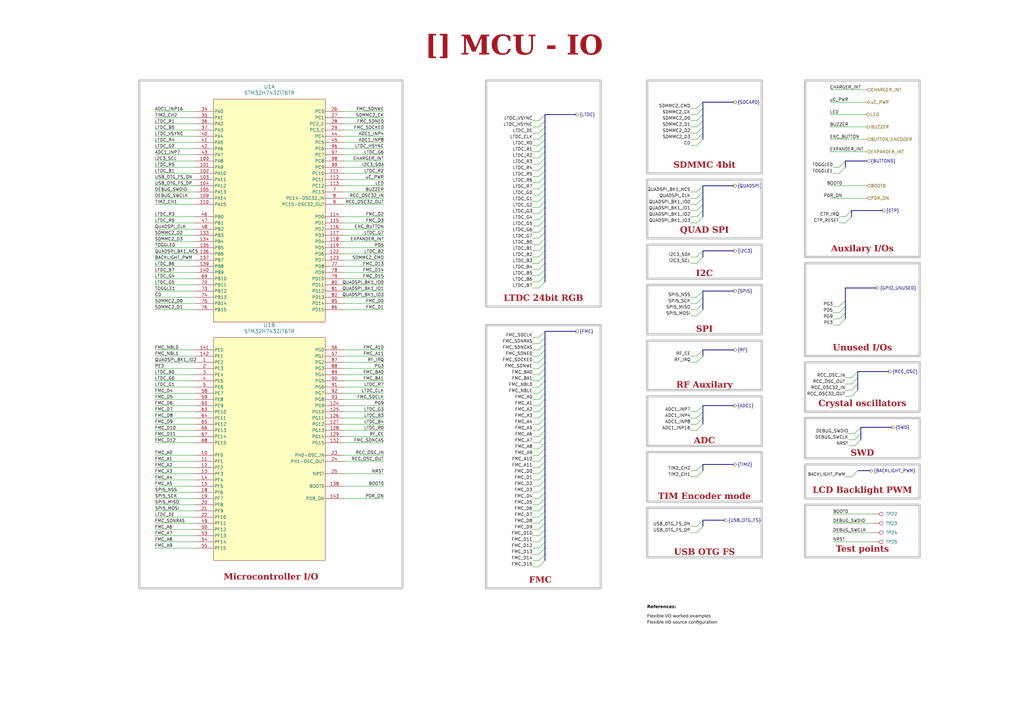
<source format=kicad_sch>
(kicad_sch (version 20250114) (generator "eeschema") (generator_version "9.0")
  (paper "A3")
  (title_block (title "MCU - IO") (date "Last Modified Date") (rev "${REVISION}") (company "${COMPANY}"))
  (bus_alias "ADC1" (members "ADC1_INP7" "ADC1_INP4" "ADC1_INP8" "ADC1_INP16"))
  (bus_alias "FMC" (members "FMC_BA[0..1]" "FMC_A[0..11]" "FMC_D[0..15]" "FMC_SDCLK" "FMC_SDNRAS" "FMC_SDNCAS" "FMC_SDNE0" "FMC_SDCKE0" "FMC_SDNWE" "FMC_NBL[0..1]"))
  (bus_alias "GPIO_UNUSED" (members "PG3" "PD5" "PG9" "PE3"))
  (bus_alias "I2C3" (members "I2C3_SDA" "I2C3_SCL"))
  (bus_alias "LTDC" (members "LTDC_R[0..7]" "LTDC_G[0..7]" "LTDC_B[0..7]" "LTDC_VSYNC" "LTDC_HSYNC" "LTDC_DE" "LTDC_CLK"))
  (bus_alias "QUADSPI" (members "QUADSPI_CLK" "QUADSPI_BK1_NCS" "QUADSPI_BK1_IO[0..3]"))
  (bus_alias "RCC_OSC" (members "RCC_OSC_IN" "RCC_OSC_OUT" "RCC_OSC32_IN" "RCC_OSC32_OUT"))
  (bus_alias "RF" (members "RF_IRQ" "RF_CE"))
  (bus_alias "SDCARD" (members "SDMMC2_CMD" "SDMMC2_CK" "SDMMC2_D[0..3]" "CD"))
  (bus_alias "SPI5" (members "SPI5_NSS" "SPI5_SCK" "SPI5_MISO" "SPI5_MOSI"))
  (bus_alias "SWD" (members "DEBUG_SWDIO" "DEBUG_SWCLK" "NRST"))
  (bus_alias "TIM2" (members "TIM2_CH2" "TIM2_CH1"))
  (rectangle (start 265.43 185.42) (end 312.42 205.74) (stroke (width 1) (color 200 200 200 1)))
  (rectangle (start 265.43 73.66) (end 312.42 97.79) (stroke (width 1) (color 200 200 200 1)))
  (rectangle (start 199.39 133.35) (end 246.38 241.3) (stroke (width 1) (color 200 200 200 1)))
  (rectangle (start 330.2 148.59) (end 377.19 168.91) (stroke (width 1) (color 200 200 200 1)))
  (rectangle (start 330.2 107.95) (end 377.19 146.05) (stroke (width 1) (color 200 200 200 1)))
  (rectangle (start 265.43 162.56) (end 312.42 182.88) (stroke (width 1) (color 200 200 200 1)))
  (rectangle (start 330.2 190.5) (end 377.19 204.47) (stroke (width 1) (color 200 200 200 1)))
  (rectangle (start 330.2 33.02) (end 377.19 105.41) (stroke (width 1) (color 200 200 200 1)))
  (rectangle (start 199.39 33.02) (end 246.38 125.73) (stroke (width 1) (color 200 200 200 1)))
  (rectangle (start 265.43 100.33) (end 312.42 114.3) (stroke (width 1) (color 200 200 200 1)))
  (rectangle (start 57.15 33.02) (end 165.1 241.3) (stroke (width 1) (color 200 200 200 1)))
  (rectangle (start 265.43 208.28) (end 312.42 228.6) (stroke (width 1) (color 200 200 200 1)))
  (rectangle (start 265.43 139.7) (end 312.42 160.02) (stroke (width 1) (color 200 200 200 1)))
  (rectangle (start 330.2 171.45) (end 377.19 187.96) (stroke (width 1) (color 200 200 200 1)))
  (rectangle (start 330.2 207.01) (end 377.19 228.6) (stroke (width 1) (color 200 200 200 1)))
  (rectangle (start 265.43 116.84) (end 312.42 137.16) (stroke (width 1) (color 200 200 200 1)))
  (rectangle (start 265.43 33.02) (end 312.42 71.12) (stroke (width 1) (color 200 200 200 1)))
  (text "Flexible I/O worked examples" (at 265.43 254 0) (effects (font (size 1.27 1.27)) (justify left bottom)))
  (text "References:" (at 265.43 250.19 0) (effects (font (size 1.27 1.27) (thickness 0.254) (bold yes)) (justify left bottom)))
  (text "Flexible I/O source configuration" (at 265.43 256.54 0) (effects (font (size 1.27 1.27)) (justify left bottom)))
  (text_box "TIM Encoder mode" (at 265.43 194.31 0) (size 46.99 12.7) (margins 1.9049 1.9049 1.9049 1.9049) (stroke (width -0.0001)) (effects (font (size 2.54 2.54) (thickness 0.508) (bold yes)) (justify bottom)))
  (text_box "RF Auxilary" (at 265.43 148.59 0) (size 46.99 12.7) (margins 1.9049 1.9049 1.9049 1.9049) (stroke (width -0.0001)) (effects (font (size 2.54 2.54) (thickness 0.508) (bold yes)) (justify bottom)))
  (text_box "Auxilary I/Os" (at 330.2 92.71 0) (size 46.99 12.7) (margins 1.9049 1.9049 1.9049 1.9049) (stroke (width -0.0001)) (effects (font (size 2.54 2.54) (thickness 0.508) (bold yes)) (justify bottom)))
  (text_box "QUAD SPI\n" (at 265.43 85.09 0) (size 46.99 12.7) (margins 1.9049 1.9049 1.9049 1.9049) (stroke (width -0.0001)) (effects (font (size 2.54 2.54) (thickness 0.508) (bold yes)) (justify bottom)))
  (text_box "Test points\n" (at 330.2 208.28 0) (size 46.99 20.32) (margins 1.9049 1.9049 1.9049 1.9049) (stroke (width -0.0001)) (effects (font (size 2.54 2.54) (thickness 0.508) (bold yes)) (justify bottom)))
  (text_box "[${#}] ${TITLE}" (at 12.7 12.7 0) (size 396.24 12.7) (margins 5.9999 5.9999 5.9999 5.9999) (stroke (width -0.0001)) (effects (font (size 8 8) (thickness 1.2) (bold yes))))
  (text_box "LTDC 24bit RGB" (at 199.39 113.03 0) (size 46.99 12.7) (margins 1.9049 1.9049 1.9049 1.9049) (stroke (width -0.0001)) (effects (font (size 2.54 2.54) (thickness 0.508) (bold yes)) (justify bottom)))
  (text_box "FMC" (at 198.12 228.6 0) (size 46.99 12.7) (margins 1.9049 1.9049 1.9049 1.9049) (stroke (width -0.0001)) (effects (font (size 2.54 2.54) (thickness 0.508) (bold yes)) (justify bottom)))
  (text_box "SWD" (at 330.2 176.53 0) (size 46.99 12.7) (margins 1.9049 1.9049 1.9049 1.9049) (stroke (width -0.0001)) (effects (font (size 2.54 2.54) (thickness 0.508) (bold yes)) (justify bottom)))
  (text_box "LCD Backlight PWM " (at 330.2 191.77 0) (size 46.99 12.7) (margins 1.9049 1.9049 1.9049 1.9049) (stroke (width -0.0001)) (effects (font (size 2.54 2.54) (thickness 0.508) (bold yes)) (justify bottom)))
  (text_box "Unused I/Os\n" (at 330.2 133.35 0) (size 46.99 12.7) (margins 1.9049 1.9049 1.9049 1.9049) (stroke (width -0.0001)) (effects (font (size 2.54 2.54) (thickness 0.508) (bold yes)) (justify bottom)))
  (text_box "SPI\n" (at 265.43 125.73 0) (size 46.99 12.7) (margins 1.9049 1.9049 1.9049 1.9049) (stroke (width -0.0001)) (effects (font (size 2.54 2.54) (thickness 0.508) (bold yes)) (justify bottom)))
  (text_box "Crystal oscillators" (at 330.2 156.21 0) (size 46.99 12.7) (margins 1.9049 1.9049 1.9049 1.9049) (stroke (width -0.0001)) (effects (font (size 2.54 2.54) (thickness 0.508) (bold yes)) (justify bottom)))
  (text_box "I2C" (at 265.43 102.87 0) (size 46.99 12.7) (margins 1.9049 1.9049 1.9049 1.9049) (stroke (width -0.0001)) (effects (font (size 2.54 2.54) (thickness 0.508) (bold yes)) (justify bottom)))
  (text_box "SDMMC 4bit" (at 265.43 58.42 0) (size 46.99 12.7) (margins 1.9049 1.9049 1.9049 1.9049) (stroke (width -0.0001)) (effects (font (size 2.54 2.54) (thickness 0.508) (bold yes)) (justify bottom)))
  (text_box "ADC" (at 265.43 171.45 0) (size 46.99 12.7) (margins 1.9049 1.9049 1.9049 1.9049) (stroke (width -0.0001)) (effects (font (size 2.54 2.54) (thickness 0.508) (bold yes)) (justify bottom)))
  (text_box "Microcontroller I/O\n" (at 57.15 227.33 0) (size 107.95 12.7) (margins 1.9049 1.9049 1.9049 1.9049) (stroke (width -0.0001)) (effects (font (size 2.54 2.54) (thickness 0.508) (bold yes)) (justify bottom)))
  (text_box "USB OTG FS" (at 265.43 217.17 0) (size 46.99 12.7) (margins 1.9049 1.9049 1.9049 1.9049) (stroke (width -0.0001)) (effects (font (size 2.54 2.54) (thickness 0.508) (bold yes)) (justify bottom)))
  (bus_entry (at 220.98 59.69) (size 2.54 -2.54))
  (bus_entry (at 220.98 151.13) (size 2.54 -2.54))
  (bus_entry (at 220.98 118.11) (size 2.54 -2.54))
  (bus_entry (at 220.98 57.15) (size 2.54 -2.54))
  (bus_entry (at 220.98 77.47) (size 2.54 -2.54))
  (bus_entry (at 220.98 222.25) (size 2.54 -2.54))
  (bus_entry (at 285.75 81.28) (size 2.54 -2.54))
  (bus_entry (at 349.25 154.94) (size 2.54 -2.54))
  (bus_entry (at 288.29 57.15) (size -2.54 2.54))
  (bus_entry (at 220.98 54.61) (size 2.54 -2.54))
  (bus_entry (at 220.98 199.39) (size 2.54 -2.54))
  (bus_entry (at 220.98 232.41) (size 2.54 -2.54))
  (bus_entry (at 220.98 217.17) (size 2.54 -2.54))
  (bus_entry (at 220.98 85.09) (size 2.54 -2.54))
  (bus_entry (at 285.75 121.92) (size 2.54 -2.54))
  (bus_entry (at 220.98 113.03) (size 2.54 -2.54))
  (bus_entry (at 285.75 129.54) (size 2.54 -2.54))
  (bus_entry (at 349.25 157.48) (size 2.54 -2.54))
  (bus_entry (at 220.98 110.49) (size 2.54 -2.54))
  (bus_entry (at 285.75 124.46) (size 2.54 -2.54))
  (bus_entry (at 220.98 166.37) (size 2.54 -2.54))
  (bus_entry (at 220.98 227.33) (size 2.54 -2.54))
  (bus_entry (at 285.75 57.15) (size 2.54 -2.54))
  (bus_entry (at 220.98 69.85) (size 2.54 -2.54))
  (bus_entry (at 285.75 127) (size 2.54 -2.54))
  (bus_entry (at 285.75 54.61) (size 2.54 -2.54))
  (bus_entry (at 220.98 107.95) (size 2.54 -2.54))
  (bus_entry (at 220.98 161.29) (size 2.54 -2.54))
  (bus_entry (at 349.25 195.58) (size 2.54 -2.54))
  (bus_entry (at 285.75 215.9) (size 2.54 -2.54))
  (bus_entry (at 220.98 49.53) (size 2.54 -2.54))
  (bus_entry (at 285.75 86.36) (size 2.54 -2.54))
  (bus_entry (at 220.98 95.25) (size 2.54 -2.54))
  (bus_entry (at 220.98 82.55) (size 2.54 -2.54))
  (bus_entry (at 285.75 83.82) (size 2.54 -2.54))
  (bus_entry (at 220.98 97.79) (size 2.54 -2.54))
  (bus_entry (at 285.75 193.04) (size 2.54 -2.54))
  (bus_entry (at 285.75 171.45) (size 2.54 -2.54))
  (bus_entry (at 349.25 162.56) (size 2.54 -2.54))
  (bus_entry (at 220.98 74.93) (size 2.54 -2.54))
  (bus_entry (at 285.75 195.58) (size 2.54 -2.54))
  (bus_entry (at 220.98 72.39) (size 2.54 -2.54))
  (bus_entry (at 285.75 49.53) (size 2.54 -2.54))
  (bus_entry (at 344.17 125.73) (size 2.54 -2.54))
  (bus_entry (at 220.98 138.43) (size 2.54 -2.54))
  (bus_entry (at 220.98 196.85) (size 2.54 -2.54))
  (bus_entry (at 346.71 88.9) (size 2.54 -2.54))
  (bus_entry (at 220.98 92.71) (size 2.54 -2.54))
  (bus_entry (at 285.75 107.95) (size 2.54 -2.54))
  (bus_entry (at 220.98 87.63) (size 2.54 -2.54))
  (bus_entry (at 220.98 191.77) (size 2.54 -2.54))
  (bus_entry (at 220.98 80.01) (size 2.54 -2.54))
  (bus_entry (at 220.98 102.87) (size 2.54 -2.54))
  (bus_entry (at 220.98 143.51) (size 2.54 -2.54))
  (bus_entry (at 346.71 66.04) (size -2.54 2.54))
  (bus_entry (at 220.98 229.87) (size 2.54 -2.54))
  (bus_entry (at 285.75 44.45) (size 2.54 -2.54))
  (bus_entry (at 285.75 105.41) (size 2.54 -2.54))
  (bus_entry (at 220.98 194.31) (size 2.54 -2.54))
  (bus_entry (at 220.98 52.07) (size 2.54 -2.54))
  (bus_entry (at 220.98 201.93) (size 2.54 -2.54))
  (bus_entry (at 346.71 68.58) (size -2.54 2.54))
  (bus_entry (at 285.75 91.44) (size 2.54 -2.54))
  (bus_entry (at 220.98 62.23) (size 2.54 -2.54))
  (bus_entry (at 344.17 128.27) (size 2.54 -2.54))
  (bus_entry (at 220.98 214.63) (size 2.54 -2.54))
  (bus_entry (at 220.98 158.75) (size 2.54 -2.54))
  (bus_entry (at 344.17 133.35) (size 2.54 -2.54))
  (bus_entry (at 285.75 88.9) (size 2.54 -2.54))
  (bus_entry (at 349.25 160.02) (size 2.54 -2.54))
  (bus_entry (at 285.75 168.91) (size 2.54 -2.54))
  (bus_entry (at 220.98 64.77) (size 2.54 -2.54))
  (bus_entry (at 220.98 156.21) (size 2.54 -2.54))
  (bus_entry (at 220.98 148.59) (size 2.54 -2.54))
  (bus_entry (at 220.98 146.05) (size 2.54 -2.54))
  (bus_entry (at 285.75 78.74) (size 2.54 -2.54))
  (bus_entry (at 220.98 90.17) (size 2.54 -2.54))
  (bus_entry (at 220.98 100.33) (size 2.54 -2.54))
  (bus_entry (at 220.98 204.47) (size 2.54 -2.54))
  (bus_entry (at 220.98 153.67) (size 2.54 -2.54))
  (bus_entry (at 220.98 171.45) (size 2.54 -2.54))
  (bus_entry (at 220.98 209.55) (size 2.54 -2.54))
  (bus_entry (at 220.98 224.79) (size 2.54 -2.54))
  (bus_entry (at 285.75 218.44) (size 2.54 -2.54))
  (bus_entry (at 285.75 176.53) (size 2.54 -2.54))
  (bus_entry (at 220.98 140.97) (size 2.54 -2.54))
  (bus_entry (at 346.71 91.44) (size 2.54 -2.54))
  (bus_entry (at 220.98 219.71) (size 2.54 -2.54))
  (bus_entry (at 285.75 46.99) (size 2.54 -2.54))
  (bus_entry (at 220.98 212.09) (size 2.54 -2.54))
  (bus_entry (at 350.52 177.8) (size 2.54 -2.54))
  (bus_entry (at 220.98 67.31) (size 2.54 -2.54))
  (bus_entry (at 285.75 52.07) (size 2.54 -2.54))
  (bus_entry (at 220.98 163.83) (size 2.54 -2.54))
  (bus_entry (at 220.98 115.57) (size 2.54 -2.54))
  (bus_entry (at 350.52 180.34) (size 2.54 -2.54))
  (bus_entry (at 220.98 176.53) (size 2.54 -2.54))
  (bus_entry (at 344.17 130.81) (size 2.54 -2.54))
  (bus_entry (at 220.98 189.23) (size 2.54 -2.54))
  (bus_entry (at 285.75 148.59) (size 2.54 -2.54))
  (bus_entry (at 220.98 181.61) (size 2.54 -2.54))
  (bus_entry (at 220.98 207.01) (size 2.54 -2.54))
  (bus_entry (at 285.75 146.05) (size 2.54 -2.54))
  (bus_entry (at 220.98 168.91) (size 2.54 -2.54))
  (bus_entry (at 220.98 186.69) (size 2.54 -2.54))
  (bus_entry (at 220.98 105.41) (size 2.54 -2.54))
  (bus_entry (at 285.75 173.99) (size 2.54 -2.54))
  (bus_entry (at 220.98 179.07) (size 2.54 -2.54))
  (bus_entry (at 350.52 182.88) (size 2.54 -2.54))
  (bus_entry (at 220.98 184.15) (size 2.54 -2.54))
  (bus_entry (at 220.98 173.99) (size 2.54 -2.54))
  (wire (pts (xy 218.44 105.41) (xy 220.98 105.41)))
  (wire (pts (xy 80.01 153.67) (xy 63.5 153.67)))
  (wire (pts (xy 63.5 50.8) (xy 80.01 50.8)))
  (bus (pts (xy 346.71 66.04) (xy 355.6 66.04)))
  (wire (pts (xy 341.63 222.25) (xy 358.14 222.25)))
  (wire (pts (xy 157.48 173.99) (xy 140.97 173.99)))
  (wire (pts (xy 218.44 110.49) (xy 220.98 110.49)))
  (bus (pts (xy 288.29 54.61) (xy 288.29 57.15)))
  (bus (pts (xy 288.29 46.99) (xy 288.29 49.53)))
  (bus (pts (xy 223.52 191.77) (xy 223.52 194.31)))
  (wire (pts (xy 218.44 168.91) (xy 220.98 168.91)))
  (bus (pts (xy 223.52 209.55) (xy 223.52 212.09)))
  (bus (pts (xy 223.52 77.47) (xy 223.52 80.01)))
  (wire (pts (xy 283.21 176.53) (xy 285.75 176.53)))
  (wire (pts (xy 63.5 114.3) (xy 80.01 114.3)))
  (bus (pts (xy 223.52 74.93) (xy 223.52 77.47)))
  (bus (pts (xy 223.52 176.53) (xy 223.52 179.07)))
  (bus (pts (xy 288.29 190.5) (xy 300.99 190.5)))
  (wire (pts (xy 283.21 44.45) (xy 285.75 44.45)))
  (bus (pts (xy 223.52 227.33) (xy 223.52 229.87)))
  (wire (pts (xy 218.44 222.25) (xy 220.98 222.25)))
  (wire (pts (xy 341.63 128.27) (xy 344.17 128.27)))
  (bus (pts (xy 223.52 97.79) (xy 223.52 100.33)))
  (bus (pts (xy 288.29 81.28) (xy 288.29 83.82)))
  (wire (pts (xy 344.17 88.9) (xy 346.71 88.9)))
  (wire (pts (xy 346.71 195.58) (xy 349.25 195.58)))
  (wire (pts (xy 218.44 80.01) (xy 220.98 80.01)))
  (bus (pts (xy 288.29 86.36) (xy 288.29 88.9)))
  (wire (pts (xy 347.98 177.8) (xy 350.52 177.8)))
  (wire (pts (xy 283.21 195.58) (xy 285.75 195.58)))
  (wire (pts (xy 157.48 124.46) (xy 140.97 124.46)))
  (wire (pts (xy 63.5 124.46) (xy 80.01 124.46)))
  (wire (pts (xy 218.44 85.09) (xy 220.98 85.09)))
  (wire (pts (xy 218.44 158.75) (xy 220.98 158.75)))
  (wire (pts (xy 218.44 217.17) (xy 220.98 217.17)))
  (wire (pts (xy 283.21 171.45) (xy 285.75 171.45)))
  (wire (pts (xy 63.5 96.52) (xy 80.01 96.52)))
  (wire (pts (xy 80.01 194.31) (xy 63.5 194.31)))
  (wire (pts (xy 340.36 41.91) (xy 355.6 41.91)))
  (wire (pts (xy 157.48 121.92) (xy 140.97 121.92)))
  (bus (pts (xy 223.52 161.29) (xy 223.52 163.83)))
  (bus (pts (xy 223.52 224.79) (xy 223.52 227.33)))
  (wire (pts (xy 157.48 83.82) (xy 140.97 83.82)))
  (wire (pts (xy 63.5 66.04) (xy 80.01 66.04)))
  (bus (pts (xy 223.52 184.15) (xy 223.52 186.69)))
  (wire (pts (xy 283.21 148.59) (xy 285.75 148.59)))
  (bus (pts (xy 346.71 118.11) (xy 346.71 123.19)))
  (bus (pts (xy 223.52 148.59) (xy 223.52 151.13)))
  (bus (pts (xy 223.52 72.39) (xy 223.52 74.93)))
  (bus (pts (xy 288.29 76.2) (xy 300.99 76.2)))
  (bus (pts (xy 223.52 135.89) (xy 223.52 138.43)))
  (wire (pts (xy 283.21 91.44) (xy 285.75 91.44)))
  (bus (pts (xy 288.29 119.38) (xy 300.99 119.38)))
  (wire (pts (xy 80.01 196.85) (xy 63.5 196.85)))
  (bus (pts (xy 223.52 201.93) (xy 223.52 204.47)))
  (wire (pts (xy 63.5 71.12) (xy 80.01 71.12)))
  (wire (pts (xy 218.44 100.33) (xy 220.98 100.33)))
  (wire (pts (xy 283.21 193.04) (xy 285.75 193.04)))
  (bus (pts (xy 223.52 69.85) (xy 223.52 72.39)))
  (wire (pts (xy 157.48 76.2) (xy 140.97 76.2)))
  (bus (pts (xy 346.71 118.11) (xy 359.41 118.11)))
  (bus (pts (xy 288.29 102.87) (xy 300.99 102.87)))
  (wire (pts (xy 157.48 179.07) (xy 140.97 179.07)))
  (bus (pts (xy 346.71 66.04) (xy 346.71 68.58)))
  (wire (pts (xy 218.44 102.87) (xy 220.98 102.87)))
  (wire (pts (xy 218.44 59.69) (xy 220.98 59.69)))
  (wire (pts (xy 140.97 161.29) (xy 157.48 161.29)))
  (wire (pts (xy 63.5 127) (xy 80.01 127)))
  (wire (pts (xy 63.5 45.72) (xy 80.01 45.72)))
  (bus (pts (xy 223.52 171.45) (xy 223.52 173.99)))
  (bus (pts (xy 353.06 177.8) (xy 353.06 180.34)))
  (bus (pts (xy 223.52 107.95) (xy 223.52 110.49)))
  (wire (pts (xy 80.01 199.39) (xy 63.5 199.39)))
  (wire (pts (xy 157.48 171.45) (xy 140.97 171.45)))
  (wire (pts (xy 218.44 82.55) (xy 220.98 82.55)))
  (bus (pts (xy 223.52 80.01) (xy 223.52 82.55)))
  (wire (pts (xy 157.48 111.76) (xy 140.97 111.76)))
  (wire (pts (xy 157.48 101.6) (xy 140.97 101.6)))
  (wire (pts (xy 218.44 49.53) (xy 220.98 49.53)))
  (wire (pts (xy 157.48 127) (xy 140.97 127)))
  (bus (pts (xy 223.52 163.83) (xy 223.52 166.37)))
  (wire (pts (xy 218.44 229.87) (xy 220.98 229.87)))
  (bus (pts (xy 223.52 82.55) (xy 223.52 85.09)))
  (wire (pts (xy 346.71 154.94) (xy 349.25 154.94)))
  (wire (pts (xy 157.48 48.26) (xy 140.97 48.26)))
  (wire (pts (xy 218.44 196.85) (xy 220.98 196.85)))
  (wire (pts (xy 157.48 53.34) (xy 140.97 53.34)))
  (wire (pts (xy 63.5 101.6) (xy 80.01 101.6)))
  (wire (pts (xy 218.44 151.13) (xy 220.98 151.13)))
  (wire (pts (xy 340.36 52.07) (xy 355.6 52.07)))
  (bus (pts (xy 223.52 189.23) (xy 223.52 191.77)))
  (wire (pts (xy 157.48 93.98) (xy 140.97 93.98)))
  (wire (pts (xy 283.21 107.95) (xy 285.75 107.95)))
  (wire (pts (xy 283.21 121.92) (xy 285.75 121.92)))
  (bus (pts (xy 223.52 85.09) (xy 223.52 87.63)))
  (bus (pts (xy 223.52 143.51) (xy 223.52 146.05)))
  (wire (pts (xy 157.48 81.28) (xy 140.97 81.28)))
  (bus (pts (xy 223.52 199.39) (xy 223.52 201.93)))
  (bus (pts (xy 223.52 146.05) (xy 223.52 148.59)))
  (bus (pts (xy 223.52 54.61) (xy 223.52 57.15)))
  (bus (pts (xy 223.52 179.07) (xy 223.52 181.61)))
  (bus (pts (xy 351.79 193.04) (xy 356.87 193.04)))
  (wire (pts (xy 218.44 92.71) (xy 220.98 92.71)))
  (bus (pts (xy 223.52 110.49) (xy 223.52 113.03)))
  (wire (pts (xy 341.63 130.81) (xy 344.17 130.81)))
  (wire (pts (xy 218.44 209.55) (xy 220.98 209.55)))
  (wire (pts (xy 283.21 57.15) (xy 285.75 57.15)))
  (wire (pts (xy 157.48 176.53) (xy 140.97 176.53)))
  (bus (pts (xy 223.52 156.21) (xy 223.52 158.75)))
  (bus (pts (xy 223.52 173.99) (xy 223.52 176.53)))
  (wire (pts (xy 157.48 58.42) (xy 140.97 58.42)))
  (wire (pts (xy 283.21 81.28) (xy 285.75 81.28)))
  (wire (pts (xy 63.5 121.92) (xy 80.01 121.92)))
  (wire (pts (xy 340.36 81.28) (xy 355.6 81.28)))
  (wire (pts (xy 218.44 87.63) (xy 220.98 87.63)))
  (wire (pts (xy 157.48 166.37) (xy 140.97 166.37)))
  (bus (pts (xy 351.79 152.4) (xy 351.79 154.94)))
  (wire (pts (xy 218.44 143.51) (xy 220.98 143.51)))
  (bus (pts (xy 223.52 140.97) (xy 223.52 143.51)))
  (wire (pts (xy 218.44 140.97) (xy 220.98 140.97)))
  (wire (pts (xy 218.44 54.61) (xy 220.98 54.61)))
  (wire (pts (xy 157.48 91.44) (xy 140.97 91.44)))
  (wire (pts (xy 157.48 50.8) (xy 140.97 50.8)))
  (wire (pts (xy 218.44 72.39) (xy 220.98 72.39)))
  (bus (pts (xy 288.29 121.92) (xy 288.29 124.46)))
  (wire (pts (xy 80.01 186.69) (xy 63.5 186.69)))
  (wire (pts (xy 140.97 158.75) (xy 157.48 158.75)))
  (wire (pts (xy 218.44 95.25) (xy 220.98 95.25)))
  (bus (pts (xy 353.06 175.26) (xy 353.06 177.8)))
  (wire (pts (xy 157.48 204.47) (xy 140.97 204.47)))
  (bus (pts (xy 223.52 90.17) (xy 223.52 92.71)))
  (bus (pts (xy 223.52 57.15) (xy 223.52 59.69)))
  (wire (pts (xy 157.48 116.84) (xy 140.97 116.84)))
  (wire (pts (xy 157.48 119.38) (xy 140.97 119.38)))
  (bus (pts (xy 223.52 46.99) (xy 223.52 49.53)))
  (bus (pts (xy 223.52 59.69) (xy 223.52 62.23)))
  (bus (pts (xy 288.29 143.51) (xy 300.99 143.51)))
  (bus (pts (xy 223.52 166.37) (xy 223.52 168.91)))
  (bus (pts (xy 288.29 124.46) (xy 288.29 127)))
  (wire (pts (xy 157.48 186.69) (xy 140.97 186.69)))
  (bus (pts (xy 288.29 190.5) (xy 288.29 193.04)))
  (wire (pts (xy 218.44 107.95) (xy 220.98 107.95)))
  (wire (pts (xy 140.97 146.05) (xy 157.48 146.05)))
  (wire (pts (xy 157.48 189.23) (xy 140.97 189.23)))
  (wire (pts (xy 283.21 46.99) (xy 285.75 46.99)))
  (wire (pts (xy 157.48 60.96) (xy 140.97 60.96)))
  (wire (pts (xy 80.01 176.53) (xy 63.5 176.53)))
  (wire (pts (xy 157.48 88.9) (xy 140.97 88.9)))
  (wire (pts (xy 63.5 55.88) (xy 80.01 55.88)))
  (wire (pts (xy 157.48 71.12) (xy 140.97 71.12)))
  (wire (pts (xy 80.01 151.13) (xy 63.5 151.13)))
  (wire (pts (xy 80.01 181.61) (xy 63.5 181.61)))
  (wire (pts (xy 283.21 88.9) (xy 285.75 88.9)))
  (wire (pts (xy 63.5 109.22) (xy 80.01 109.22)))
  (wire (pts (xy 218.44 97.79) (xy 220.98 97.79)))
  (wire (pts (xy 218.44 163.83) (xy 220.98 163.83)))
  (wire (pts (xy 218.44 69.85) (xy 220.98 69.85)))
  (wire (pts (xy 283.21 124.46) (xy 285.75 124.46)))
  (wire (pts (xy 63.5 99.06) (xy 80.01 99.06)))
  (bus (pts (xy 223.52 204.47) (xy 223.52 207.01)))
  (wire (pts (xy 63.5 76.2) (xy 80.01 76.2)))
  (wire (pts (xy 80.01 161.29) (xy 63.5 161.29)))
  (wire (pts (xy 140.97 151.13) (xy 157.48 151.13)))
  (bus (pts (xy 223.52 153.67) (xy 223.52 156.21)))
  (wire (pts (xy 157.48 194.31) (xy 140.97 194.31)))
  (bus (pts (xy 223.52 52.07) (xy 223.52 54.61)))
  (wire (pts (xy 218.44 113.03) (xy 220.98 113.03)))
  (wire (pts (xy 80.01 146.05) (xy 63.5 146.05)))
  (wire (pts (xy 346.71 162.56) (xy 349.25 162.56)))
  (bus (pts (xy 223.52 49.53) (xy 223.52 52.07)))
  (wire (pts (xy 218.44 204.47) (xy 220.98 204.47)))
  (bus (pts (xy 288.29 102.87) (xy 288.29 105.41)))
  (bus (pts (xy 223.52 222.25) (xy 223.52 224.79)))
  (wire (pts (xy 218.44 191.77) (xy 220.98 191.77)))
  (wire (pts (xy 218.44 179.07) (xy 220.98 179.07)))
  (wire (pts (xy 80.01 214.63) (xy 63.5 214.63)))
  (wire (pts (xy 218.44 146.05) (xy 220.98 146.05)))
  (bus (pts (xy 288.29 213.36) (xy 297.18 213.36)))
  (wire (pts (xy 218.44 201.93) (xy 220.98 201.93)))
  (wire (pts (xy 140.97 156.21) (xy 157.48 156.21)))
  (wire (pts (xy 283.21 105.41) (xy 285.75 105.41)))
  (wire (pts (xy 283.21 59.69) (xy 285.75 59.69)))
  (wire (pts (xy 140.97 143.51) (xy 157.48 143.51)))
  (wire (pts (xy 63.5 83.82) (xy 80.01 83.82)))
  (wire (pts (xy 63.5 88.9) (xy 80.01 88.9)))
  (wire (pts (xy 157.48 96.52) (xy 140.97 96.52)))
  (wire (pts (xy 283.21 78.74) (xy 285.75 78.74)))
  (bus (pts (xy 346.71 123.19) (xy 346.71 125.73)))
  (wire (pts (xy 218.44 232.41) (xy 220.98 232.41)))
  (wire (pts (xy 218.44 138.43) (xy 220.98 138.43)))
  (bus (pts (xy 288.29 171.45) (xy 288.29 173.99)))
  (wire (pts (xy 80.01 173.99) (xy 63.5 173.99)))
  (wire (pts (xy 63.5 119.38) (xy 80.01 119.38)))
  (wire (pts (xy 283.21 49.53) (xy 285.75 49.53)))
  (wire (pts (xy 283.21 54.61) (xy 285.75 54.61)))
  (wire (pts (xy 80.01 163.83) (xy 63.5 163.83)))
  (bus (pts (xy 223.52 67.31) (xy 223.52 69.85)))
  (wire (pts (xy 283.21 52.07) (xy 285.75 52.07)))
  (bus (pts (xy 223.52 196.85) (xy 223.52 199.39)))
  (wire (pts (xy 346.71 160.02) (xy 349.25 160.02)))
  (wire (pts (xy 283.21 215.9) (xy 285.75 215.9)))
  (wire (pts (xy 80.01 191.77) (xy 63.5 191.77)))
  (wire (pts (xy 80.01 158.75) (xy 63.5 158.75)))
  (bus (pts (xy 288.29 168.91) (xy 288.29 171.45)))
  (wire (pts (xy 218.44 194.31) (xy 220.98 194.31)))
  (wire (pts (xy 63.5 78.74) (xy 80.01 78.74)))
  (wire (pts (xy 157.48 55.88) (xy 140.97 55.88)))
  (bus (pts (xy 223.52 92.71) (xy 223.52 95.25)))
  (bus (pts (xy 288.29 41.91) (xy 288.29 44.45)))
  (wire (pts (xy 80.01 156.21) (xy 63.5 156.21)))
  (bus (pts (xy 223.52 217.17) (xy 223.52 219.71)))
  (wire (pts (xy 218.44 62.23) (xy 220.98 62.23)))
  (bus (pts (xy 223.52 212.09) (xy 223.52 214.63)))
  (wire (pts (xy 63.5 73.66) (xy 80.01 73.66)))
  (wire (pts (xy 63.5 93.98) (xy 80.01 93.98)))
  (bus (pts (xy 351.79 152.4) (xy 364.49 152.4)))
  (wire (pts (xy 80.01 179.07) (xy 63.5 179.07)))
  (bus (pts (xy 223.52 214.63) (xy 223.52 217.17)))
  (bus (pts (xy 351.79 154.94) (xy 351.79 157.48)))
  (wire (pts (xy 341.63 71.12) (xy 344.17 71.12)))
  (wire (pts (xy 218.44 148.59) (xy 220.98 148.59)))
  (wire (pts (xy 63.5 81.28) (xy 80.01 81.28)))
  (wire (pts (xy 80.01 171.45) (xy 63.5 171.45)))
  (wire (pts (xy 80.01 212.09) (xy 63.5 212.09)))
  (wire (pts (xy 63.5 58.42) (xy 80.01 58.42)))
  (bus (pts (xy 223.52 102.87) (xy 223.52 105.41)))
  (wire (pts (xy 340.36 62.23) (xy 355.6 62.23)))
  (wire (pts (xy 157.48 104.14) (xy 140.97 104.14)))
  (wire (pts (xy 218.44 52.07) (xy 220.98 52.07)))
  (wire (pts (xy 340.36 46.99) (xy 355.6 46.99)))
  (wire (pts (xy 140.97 153.67) (xy 157.48 153.67)))
  (wire (pts (xy 283.21 146.05) (xy 285.75 146.05)))
  (wire (pts (xy 283.21 173.99) (xy 285.75 173.99)))
  (bus (pts (xy 223.52 194.31) (xy 223.52 196.85)))
  (wire (pts (xy 218.44 118.11) (xy 220.98 118.11)))
  (bus (pts (xy 223.52 135.89) (xy 236.22 135.89)))
  (wire (pts (xy 80.01 222.25) (xy 63.5 222.25)))
  (wire (pts (xy 80.01 219.71) (xy 63.5 219.71)))
  (wire (pts (xy 218.44 224.79) (xy 220.98 224.79)))
  (wire (pts (xy 218.44 156.21) (xy 220.98 156.21)))
  (wire (pts (xy 341.63 68.58) (xy 344.17 68.58)))
  (bus (pts (xy 223.52 151.13) (xy 223.52 153.67)))
  (wire (pts (xy 63.5 104.14) (xy 80.01 104.14)))
  (wire (pts (xy 157.48 63.5) (xy 140.97 63.5)))
  (wire (pts (xy 80.01 168.91) (xy 63.5 168.91)))
  (bus (pts (xy 288.29 52.07) (xy 288.29 54.61)))
  (bus (pts (xy 223.52 64.77) (xy 223.52 67.31)))
  (wire (pts (xy 157.48 168.91) (xy 140.97 168.91)))
  (wire (pts (xy 340.36 36.83) (xy 355.6 36.83)))
  (wire (pts (xy 283.21 83.82) (xy 285.75 83.82)))
  (wire (pts (xy 80.01 207.01) (xy 63.5 207.01)))
  (wire (pts (xy 63.5 116.84) (xy 80.01 116.84)))
  (wire (pts (xy 63.5 60.96) (xy 80.01 60.96)))
  (bus (pts (xy 288.29 49.53) (xy 288.29 52.07)))
  (wire (pts (xy 346.71 157.48) (xy 349.25 157.48)))
  (wire (pts (xy 283.21 168.91) (xy 285.75 168.91)))
  (wire (pts (xy 355.6 76.2) (xy 340.36 76.2)))
  (wire (pts (xy 63.5 68.58) (xy 80.01 68.58)))
  (bus (pts (xy 346.71 125.73) (xy 346.71 128.27)))
  (wire (pts (xy 80.01 204.47) (xy 63.5 204.47)))
  (bus (pts (xy 288.29 44.45) (xy 288.29 46.99)))
  (wire (pts (xy 63.5 48.26) (xy 80.01 48.26)))
  (wire (pts (xy 140.97 148.59) (xy 157.48 148.59)))
  (wire (pts (xy 157.48 73.66) (xy 140.97 73.66)))
  (bus (pts (xy 223.52 87.63) (xy 223.52 90.17)))
  (bus (pts (xy 288.29 76.2) (xy 288.29 78.74)))
  (wire (pts (xy 340.36 57.15) (xy 355.6 57.15)))
  (wire (pts (xy 218.44 115.57) (xy 220.98 115.57)))
  (wire (pts (xy 80.01 148.59) (xy 63.5 148.59)))
  (bus (pts (xy 351.79 157.48) (xy 351.79 160.02)))
  (wire (pts (xy 344.17 91.44) (xy 346.71 91.44)))
  (wire (pts (xy 80.01 209.55) (xy 63.5 209.55)))
  (bus (pts (xy 223.52 219.71) (xy 223.52 222.25)))
  (wire (pts (xy 157.48 114.3) (xy 140.97 114.3)))
  (bus (pts (xy 288.29 119.38) (xy 288.29 121.92)))
  (wire (pts (xy 63.5 53.34) (xy 80.01 53.34)))
  (wire (pts (xy 218.44 214.63) (xy 220.98 214.63)))
  (wire (pts (xy 283.21 127) (xy 285.75 127)))
  (wire (pts (xy 341.63 218.44) (xy 358.14 218.44)))
  (bus (pts (xy 223.52 168.91) (xy 223.52 171.45)))
  (wire (pts (xy 341.63 210.82) (xy 358.14 210.82)))
  (wire (pts (xy 80.01 189.23) (xy 63.5 189.23)))
  (wire (pts (xy 218.44 166.37) (xy 220.98 166.37)))
  (bus (pts (xy 223.52 181.61) (xy 223.52 184.15)))
  (wire (pts (xy 157.48 99.06) (xy 140.97 99.06)))
  (wire (pts (xy 218.44 227.33) (xy 220.98 227.33)))
  (wire (pts (xy 218.44 57.15) (xy 220.98 57.15)))
  (bus (pts (xy 288.29 78.74) (xy 288.29 81.28)))
  (bus (pts (xy 288.29 213.36) (xy 288.29 215.9)))
  (bus (pts (xy 349.25 86.36) (xy 349.25 88.9)))
  (wire (pts (xy 218.44 74.93) (xy 220.98 74.93)))
  (wire (pts (xy 218.44 219.71) (xy 220.98 219.71)))
  (bus (pts (xy 223.52 46.99) (xy 236.22 46.99)))
  (bus (pts (xy 349.25 86.36) (xy 361.95 86.36)))
  (wire (pts (xy 347.98 180.34) (xy 350.52 180.34)))
  (wire (pts (xy 80.01 166.37) (xy 63.5 166.37)))
  (wire (pts (xy 80.01 217.17) (xy 63.5 217.17)))
  (bus (pts (xy 223.52 158.75) (xy 223.52 161.29)))
  (wire (pts (xy 140.97 163.83) (xy 157.48 163.83)))
  (wire (pts (xy 157.48 78.74) (xy 140.97 78.74)))
  (bus (pts (xy 223.52 95.25) (xy 223.52 97.79)))
  (wire (pts (xy 218.44 181.61) (xy 220.98 181.61)))
  (wire (pts (xy 218.44 186.69) (xy 220.98 186.69)))
  (wire (pts (xy 347.98 182.88) (xy 350.52 182.88)))
  (wire (pts (xy 218.44 176.53) (xy 220.98 176.53)))
  (wire (pts (xy 63.5 106.68) (xy 80.01 106.68)))
  (wire (pts (xy 341.63 214.63) (xy 358.14 214.63)))
  (wire (pts (xy 80.01 201.93) (xy 63.5 201.93)))
  (bus (pts (xy 288.29 143.51) (xy 288.29 146.05)))
  (bus (pts (xy 288.29 166.37) (xy 288.29 168.91)))
  (wire (pts (xy 283.21 218.44) (xy 285.75 218.44)))
  (bus (pts (xy 223.52 207.01) (xy 223.52 209.55)))
  (bus (pts (xy 223.52 138.43) (xy 223.52 140.97)))
  (wire (pts (xy 218.44 199.39) (xy 220.98 199.39)))
  (bus (pts (xy 223.52 100.33) (xy 223.52 102.87)))
  (wire (pts (xy 157.48 68.58) (xy 140.97 68.58)))
  (wire (pts (xy 157.48 109.22) (xy 140.97 109.22)))
  (wire (pts (xy 80.01 224.79) (xy 63.5 224.79)))
  (bus (pts (xy 288.29 41.91) (xy 300.99 41.91)))
  (bus (pts (xy 353.06 175.26) (xy 365.76 175.26)))
  (wire (pts (xy 218.44 212.09) (xy 220.98 212.09)))
  (wire (pts (xy 218.44 171.45) (xy 220.98 171.45)))
  (wire (pts (xy 218.44 64.77) (xy 220.98 64.77)))
  (wire (pts (xy 218.44 67.31) (xy 220.98 67.31)))
  (bus (pts (xy 223.52 62.23) (xy 223.52 64.77)))
  (bus (pts (xy 223.52 105.41) (xy 223.52 107.95)))
  (wire (pts (xy 283.21 129.54) (xy 285.75 129.54)))
  (bus (pts (xy 288.29 166.37) (xy 300.99 166.37)))
  (wire (pts (xy 218.44 90.17) (xy 220.98 90.17)))
  (bus (pts (xy 346.71 128.27) (xy 346.71 130.81)))
  (wire (pts (xy 157.48 181.61) (xy 140.97 181.61)))
  (wire (pts (xy 63.5 111.76) (xy 80.01 111.76)))
  (bus (pts (xy 223.52 186.69) (xy 223.52 189.23)))
  (wire (pts (xy 341.63 125.73) (xy 344.17 125.73)))
  (wire (pts (xy 157.48 199.39) (xy 140.97 199.39)))
  (wire (pts (xy 218.44 207.01) (xy 220.98 207.01)))
  (bus (pts (xy 288.29 83.82) (xy 288.29 86.36)))
  (wire (pts (xy 80.01 143.51) (xy 63.5 143.51)))
  (wire (pts (xy 218.44 77.47) (xy 220.98 77.47)))
  (wire (pts (xy 63.5 91.44) (xy 80.01 91.44)))
  (wire (pts (xy 218.44 153.67) (xy 220.98 153.67)))
  (wire (pts (xy 218.44 161.29) (xy 220.98 161.29)))
  (wire (pts (xy 63.5 63.5) (xy 80.01 63.5)))
  (wire (pts (xy 218.44 184.15) (xy 220.98 184.15)))
  (wire (pts (xy 283.21 86.36) (xy 285.75 86.36)))
  (wire (pts (xy 157.48 66.04) (xy 140.97 66.04)))
  (wire (pts (xy 157.48 106.68) (xy 140.97 106.68)))
  (bus (pts (xy 223.52 113.03) (xy 223.52 115.57)))
  (wire (pts (xy 218.44 173.99) (xy 220.98 173.99)))
  (wire (pts (xy 218.44 189.23) (xy 220.98 189.23)))
  (wire (pts (xy 341.63 133.35) (xy 344.17 133.35)))
  (wire (pts (xy 157.48 45.72) (xy 140.97 45.72)))
  (label "LTDC_R0" (at 218.44 59.69 180))
  (label "TOGGLE1" (at 341.63 71.12 180))
  (label "FMC_D8" (at 63.5 171.45 0))
  (label "FMC_A7" (at 63.5 219.71 0))
  (label "FMC_D13" (at 218.44 227.33 180))
  (label "PG3" (at 341.63 125.73 180))
  (label "SPI5_MISO" (at 63.5 207.01 0))
  (label "FMC_SDNE0" (at 157.48 50.8 180))
  (label "QUADSPI_BK1_NCS" (at 283.21 78.74 180))
  (label "FMC_A7" (at 218.44 181.61 180))
  (label "LTDC_HSYNC" (at 218.44 52.07 180))
  (label "SDMMC2_D3" (at 283.21 57.15 180))
  (label "RCC_OSC_OUT" (at 346.71 157.48 180))
  (label "uC_PWR" (at 157.48 73.66 180))
  (label "LTDC_B6" (at 63.5 109.22 0))
  (label "LTDC_B7" (at 218.44 118.11 180))
  (label "FMC_D14" (at 218.44 229.87 180))
  (label "BUZZER" (at 157.48 78.74 180))
  (label "BOOT0" (at 341.63 210.82 0))
  (label "LTDC_G4" (at 63.5 114.3 0))
  (label "LTDC_B0" (at 63.5 153.67 0))
  (label "QUADSPI_BK1_NCS" (at 63.5 104.14 0))
  (label "SDMMC2_CK" (at 283.21 46.99 180))
  (label "SDMMC2_D2" (at 283.21 54.61 180))
  (label "FMC_D1" (at 218.44 196.85 180))
  (label "LTDC_G2" (at 63.5 60.96 0))
  (label "SPI5_MOSI" (at 283.21 129.54 180))
  (label "FMC_SDNCAS" (at 157.48 181.61 180))
  (label "FMC_D11" (at 218.44 222.25 180))
  (label "FMC_D15" (at 218.44 232.41 180))
  (label "TOGGLE0" (at 63.5 101.6 0))
  (label "FMC_A10" (at 218.44 189.23 180))
  (label "RF_CE" (at 157.48 179.07 180))
  (label "LTDC_B2" (at 157.48 104.14 180))
  (label "FMC_D3" (at 157.48 91.44 180))
  (label "ADC1_INP4" (at 157.48 55.88 180))
  (label "FMC_A0" (at 63.5 186.69 0))
  (label "PE3" (at 63.5 151.13 0))
  (label "USB_OTG_FS_DP" (at 63.5 76.2 0))
  (label "RCC_OSC32_IN" (at 157.48 81.28 180))
  (label "FMC_D4" (at 63.5 161.29 0))
  (label "LTDC_R2" (at 157.48 71.12 180))
  (label "LTDC_B3" (at 157.48 171.45 180))
  (label "RCC_OSC32_OUT" (at 346.71 162.56 180))
  (label "LTDC_VSYNC" (at 218.44 49.53 180))
  (label "TIM2_CH2" (at 63.5 48.26 0))
  (label "LTDC_B7" (at 63.5 111.76 0))
  (label "FMC_SDCLK" (at 157.48 163.83 180))
  (label "LTDC_R1" (at 63.5 50.8 0))
  (label "PG9" (at 341.63 130.81 180))
  (label "USB_OTG_FS_DN" (at 63.5 73.66 0))
  (label "FMC_D11" (at 63.5 179.07 0))
  (label "DEBUG_SWCLK" (at 347.98 180.34 180))
  (label "TIM2_CH2" (at 283.21 193.04 180))
  (label "RF_IRQ" (at 283.21 148.59 180))
  (label "LTDC_R0" (at 157.48 176.53 180))
  (label "LTDC_B2" (at 218.44 105.41 180))
  (label "PD5" (at 157.48 101.6 180))
  (label "NRST" (at 341.63 222.25 0))
  (label "RCC_OSC_IN" (at 346.71 154.94 180))
  (label "SDMMC2_D2" (at 63.5 96.52 0))
  (label "FMC_D0" (at 157.48 124.46 180))
  (label "FMC_D14" (at 157.48 111.76 180))
  (label "LTDC_B4" (at 157.48 173.99 180))
  (label "ADC1_INP7" (at 283.21 168.91 180))
  (label "FMC_SDNWE" (at 157.48 45.72 180))
  (label "ADC1_INP16" (at 63.5 45.72 0))
  (label "SPI5_SCK" (at 283.21 124.46 180))
  (label "SPI5_MISO" (at 283.21 127 180))
  (label "FMC_D0" (at 218.44 194.31 180))
  (label "LTDC_G5" (at 63.5 116.84 0))
  (label "SDMMC2_D3" (at 63.5 99.06 0))
  (label "TIM2_CH1" (at 283.21 195.58 180))
  (label "FMC_A6" (at 218.44 179.07 180))
  (label "FMC_A9" (at 63.5 224.79 0))
  (label "TIM2_CH1" (at 63.5 83.82 0))
  (label "LTDC_R4" (at 218.44 69.85 180))
  (label "LTDC_R3" (at 63.5 88.9 0))
  (label "SPI5_NSS" (at 63.5 201.93 0))
  (label "LTDC_CLK" (at 157.48 161.29 180))
  (label "QUADSPI_BK1_IO0" (at 157.48 116.84 180))
  (label "EXPANDER_INT" (at 157.48 99.06 180))
  (label "LTDC_R7" (at 157.48 158.75 180))
  (label "FMC_D5" (at 63.5 163.83 0))
  (label "LTDC_B5" (at 63.5 53.34 0))
  (label "FMC_D13" (at 157.48 109.22 180))
  (label "CHARGER_INT" (at 340.36 36.83 0))
  (label "FMC_D6" (at 63.5 166.37 0))
  (label "LTDC_G6" (at 218.44 95.25 180))
  (label "FMC_D10" (at 218.44 219.71 180))
  (label "SDMMC2_CMD" (at 283.21 44.45 180))
  (label "FMC_A11" (at 218.44 191.77 180))
  (label "LTDC_DE" (at 218.44 54.61 180))
  (label "LTDC_R6" (at 218.44 74.93 180))
  (label "LTDC_B5" (at 218.44 113.03 180))
  (label "FMC_BA1" (at 218.44 156.21 180))
  (label "SDMMC2_CK" (at 157.48 48.26 180))
  (label "SPI5_NSS" (at 283.21 121.92 180))
  (label "FMC_SDCKE0" (at 157.48 53.34 180))
  (label "LTDC_B4" (at 218.44 110.49 180))
  (label "FMC_D9" (at 218.44 217.17 180))
  (label "QUADSPI_BK1_IO2" (at 63.5 148.59 0))
  (label "ADC1_INP4" (at 283.21 171.45 180))
  (label "CTP_RESET" (at 344.17 91.44 180))
  (label "FMC_A5" (at 218.44 176.53 180))
  (label "SDMMC2_CMD" (at 157.48 106.68 180))
  (label "SPI5_SCK" (at 63.5 204.47 0))
  (label "FMC_D3" (at 218.44 201.93 180))
  (label "LTDC_G3" (at 218.44 87.63 180))
  (label "QUADSPI_BK1_IO0" (at 283.21 83.82 180))
  (label "TOGGLE0" (at 341.63 68.58 180))
  (label "FMC_A5" (at 63.5 199.39 0))
  (label "RCC_OSC_IN" (at 157.48 186.69 180))
  (label "LTDC_R2" (at 218.44 64.77 180))
  (label "LTDC_B3" (at 218.44 107.95 180))
  (label "FMC_D5" (at 218.44 207.01 180))
  (label "LTDC_CLK" (at 218.44 57.15 180))
  (label "FMC_D2" (at 218.44 199.39 180))
  (label "CHARGER_INT" (at 157.48 66.04 180))
  (label "FMC_A8" (at 218.44 184.15 180))
  (label "FMC_A8" (at 63.5 222.25 0))
  (label "FMC_A10" (at 157.48 143.51 180))
  (label "TOGGLE1" (at 63.5 119.38 0))
  (label "LTDC_R5" (at 218.44 72.39 180))
  (label "FMC_D10" (at 63.5 176.53 0))
  (label "FMC_A1" (at 63.5 189.23 0))
  (label "EXPANDER_INT" (at 340.36 62.23 0))
  (label "LTDC_R4" (at 63.5 58.42 0))
  (label "BACKLIGHT_PWM" (at 63.5 106.68 0))
  (label "I2C3_SDA" (at 283.21 105.41 180))
  (label "ADC1_INP7" (at 63.5 63.5 0))
  (label "BOOT0" (at 345.44 76.2 180))
  (label "USB_OTG_FS_DP" (at 283.21 218.44 180))
  (label "CD" (at 63.5 121.92 0))
  (label "DEBUG_SWDIO" (at 63.5 78.74 0))
  (label "FMC_NBL0" (at 63.5 143.51 0))
  (label "DEBUG_SWDIO" (at 341.63 214.63 0))
  (label "FMC_NBL1" (at 218.44 161.29 180))
  (label "LTDC_G1" (at 218.44 82.55 180))
  (label "DEBUG_SWDIO" (at 347.98 177.8 180))
  (label "FMC_D8" (at 218.44 214.63 180))
  (label "FMC_SDNRAS" (at 218.44 140.97 180))
  (label "RCC_OSC32_IN" (at 346.71 160.02 180))
  (label "CD" (at 283.21 59.69 180))
  (label "LTDC_G0" (at 63.5 156.21 0))
  (label "LTDC_HSYNC" (at 157.48 60.96 180))
  (label "LTDC_B1" (at 63.5 71.12 0))
  (label "SDMMC2_D0" (at 283.21 49.53 180))
  (label "FMC_SDNRAS" (at 63.5 214.63 0))
  (label "LTDC_R5" (at 63.5 68.58 0))
  (label "FMC_A3" (at 218.44 171.45 180))
  (label "RCC_OSC32_OUT" (at 157.48 83.82 180))
  (label "NRST" (at 347.98 182.88 180))
  (label "QUADSPI_BK1_IO3" (at 157.48 121.92 180))
  (label "BUZZER" (at 340.36 52.07 0))
  (label "QUADSPI_BK1_IO1" (at 157.48 119.38 180))
  (label "LTDC_G5" (at 218.44 92.71 180))
  (label "FMC_D6" (at 218.44 209.55 180))
  (label "FMC_D12" (at 218.44 224.79 180))
  (label "PG9" (at 157.48 166.37 180))
  (label "FMC_A9" (at 218.44 186.69 180))
  (label "FMC_BA0" (at 218.44 153.67 180))
  (label "LTDC_G7" (at 157.48 96.52 180))
  (label "FMC_SDCLK" (at 218.44 138.43 180))
  (label "LTDC_B1" (at 218.44 102.87 180))
  (label "PD5" (at 341.63 128.27 180))
  (label "I2C3_SCL" (at 63.5 66.04 0))
  (label "FMC_BA1" (at 157.48 156.21 180))
  (label "SDMMC2_D0" (at 63.5 124.46 0))
  (label "BACKLIGHT_PWM" (at 346.71 195.58 180))
  (label "FMC_SDNE0" (at 218.44 146.05 180))
  (label "SDMMC2_D1" (at 283.21 52.07 180))
  (label "FMC_A3" (at 63.5 194.31 0))
  (label "QUADSPI_CLK" (at 63.5 93.98 0))
  (label "FMC_A2" (at 218.44 168.91 180))
  (label "FMC_A1" (at 218.44 166.37 180))
  (label "USB_OTG_FS_DN" (at 283.21 215.9 180))
  (label "LTDC_G6" (at 157.48 63.5 180))
  (label "FMC_NBL0" (at 218.44 158.75 180))
  (label "FMC_D4" (at 218.44 204.47 180))
  (label "FMC_D2" (at 157.48 88.9 180))
  (label "ADC1_INP8" (at 157.48 58.42 180))
  (label "QUADSPI_CLK" (at 283.21 81.28 180))
  (label "LTDC_R1" (at 218.44 62.23 180))
  (label "FMC_A4" (at 63.5 196.85 0))
  (label "FMC_SDCKE0" (at 218.44 148.59 180))
  (label "LTDC_DE" (at 63.5 212.09 0))
  (label "ADC1_INP16" (at 283.21 176.53 180))
  (label "FMC_D9" (at 63.5 173.99 0))
  (label "RF_CE" (at 283.21 146.05 180))
  (label "QUADSPI_BK1_IO3" (at 283.21 91.44 180))
  (label "LTDC_R6" (at 63.5 91.44 0))
  (label "PE3" (at 341.63 133.35 180))
  (label "FMC_A4" (at 218.44 173.99 180))
  (label "ENC_BUTTON" (at 157.48 93.98 180))
  (label "SPI5_MOSI" (at 63.5 209.55 0))
  (label "RCC_OSC_OUT" (at 157.48 189.23 180))
  (label "LTDC_B0" (at 218.44 100.33 180))
  (label "LTDC_G2" (at 218.44 85.09 180))
  (label "FMC_D12" (at 63.5 181.61 0))
  (label "LED" (at 340.36 46.99 0))
  (label "FMC_SDNWE" (at 218.44 151.13 180))
  (label "ADC1_INP8" (at 283.21 173.99 180))
  (label "FMC_D7" (at 63.5 168.91 0))
  (label "CTP_IRQ" (at 344.17 88.9 180))
  (label "LTDC_G0" (at 218.44 80.01 180))
  (label "I2C3_SCL" (at 283.21 107.95 180))
  (label "LTDC_G1" (at 63.5 158.75 0))
  (label "QUADSPI_BK1_IO1" (at 283.21 86.36 180))
  (label "LTDC_G7" (at 218.44 97.79 180))
  (label "LTDC_G3" (at 157.48 168.91 180))
  (label "NRST" (at 157.48 194.31 180))
  (label "DEBUG_SWCLK" (at 63.5 81.28 0))
  (label "SDMMC2_D1" (at 63.5 127 0))
  (label "FMC_A2" (at 63.5 191.77 0))
  (label "ENC_BUTTON" (at 340.36 57.15 0))
  (label "PG3" (at 157.48 151.13 180))
  (label "RF_IRQ" (at 157.48 148.59 180))
  (label "FMC_A6" (at 63.5 217.17 0))
  (label "LTDC_B6" (at 218.44 115.57 180))
  (label "FMC_A11" (at 157.48 146.05 180))
  (label "LED" (at 157.48 76.2 180))
  (label "I2C3_SDA" (at 157.48 68.58 180))
  (label "FMC_D1" (at 157.48 127 180))
  (label "LTDC_VSYNC" (at 63.5 55.88 0))
  (label "FMC_D7" (at 218.44 212.09 180))
  (label "LTDC_R7" (at 218.44 77.47 180))
  (label "QUADSPI_BK1_IO2" (at 283.21 88.9 180))
  (label "FMC_BA0" (at 157.48 153.67 180))
  (label "BOOT0" (at 157.48 199.39 180))
  (label "PDR_ON" (at 345.44 81.28 180))
  (label "PDR_ON" (at 157.48 204.47 180))
  (label "DEBUG_SWCLK" (at 341.63 218.44 0))
  (label "LTDC_R3" (at 218.44 67.31 180))
  (label "LTDC_G4" (at 218.44 90.17 180))
  (label "FMC_SDNCAS" (at 218.44 143.51 180))
  (label "FMC_A0" (at 218.44 163.83 180))
  (label "uC_PWR" (at 340.36 41.91 0))
  (label "FMC_D15" (at 157.48 114.3 180))
  (label "FMC_NBL1" (at 63.5 146.05 0))
  (hierarchical_label "{CTP}" (shape output) (at 361.95 86.36 0))
  (hierarchical_label "{USB_OTG_FS}" (shape output) (at 297.18 213.36 0))
  (hierarchical_label "BUTTON_ENCODER" (shape input) (at 355.6 57.15 0))
  (hierarchical_label "EXPANDER_INT" (shape input) (at 355.6 62.23 0))
  (hierarchical_label "{QUADSPI}" (shape output) (at 300.99 76.2 0))
  (hierarchical_label "LED" (shape output) (at 355.6 46.99 0))
  (hierarchical_label "CHARGER_INT" (shape input) (at 355.6 36.83 0))
  (hierarchical_label "BOOT0" (shape input) (at 355.6 76.2 0))
  (hierarchical_label "{SPI5}" (shape output) (at 300.99 119.38 0))
  (hierarchical_label "{BACKLIGHT_PWM}" (shape output) (at 356.87 193.04 0))
  (hierarchical_label "{RF}" (shape output) (at 300.99 143.51 0))
  (hierarchical_label "{RCC_OSC}" (shape output) (at 364.49 152.4 0))
  (hierarchical_label "{I2C3}" (shape output) (at 300.99 102.87 0))
  (hierarchical_label "{BUTTONS}" (shape input) (at 355.6 66.04 0))
  (hierarchical_label "{SDCARD}" (shape output) (at 300.99 41.91 0))
  (hierarchical_label "{GPIO_UNUSED}" (shape output) (at 359.41 118.11 0))
  (hierarchical_label "PDR_ON" (shape input) (at 355.6 81.28 0))
  (hierarchical_label "{TIM2}" (shape output) (at 300.99 190.5 0))
  (hierarchical_label "uC_PWR" (shape bidirectional) (at 355.6 41.91 0))
  (hierarchical_label "BUZZER" (shape output) (at 355.6 52.07 0))
  (hierarchical_label "{SWD}" (shape output) (at 365.76 175.26 0))
  (hierarchical_label "{LTDC}" (shape output) (at 236.22 46.99 0))
  (hierarchical_label "{ADC1}" (shape output) (at 300.99 166.37 0))
  (hierarchical_label "{FMC}" (shape output) (at 236.22 135.89 0))
  (symbol (lib_id "Connector:TestPoint") (at 358.14 218.44 270) (unit 1) (in_bom no)
    (property "Reference" "TP24" (at 363.22 218.44 90) (effects (justify left)))
    (property "Value" "TestPoint" (effects (hide yes)))
    (property "Footprint" "0_pads:TestPoint_Pad_D0.4mm_Back" (effects (hide yes)))
    (property "Description" "test point" (effects (hide yes)))
  )
  (symbol (lib_id "0_integrated_circuits:STM32H743ZIT6TR") (at 80.01 45.72 0) (unit 1)
    (property "Reference" "U1" (at 110.49 35.56 0) (effects (font (size 1.524 1.524))))
    (property "Value" "STM32H743ZIT6TR" (at 110.49 38.1 0) (effects (font (size 1.524 1.524))))
    (property "Datasheet" "STM32H743ZIT6TR" (effects (hide yes)))
    (property "Supplier 1" "JLCPCB" (effects (hide yes)))
    (property "Supplier Part Number 1" "C114408" (effects (hide yes)))
  )
  (symbol (lib_id "Connector:TestPoint") (at 358.14 214.63 270) (unit 1) (in_bom no)
    (property "Reference" "TP23" (at 363.22 214.63 90) (effects (justify left)))
    (property "Value" "TestPoint" (effects (hide yes)))
    (property "Footprint" "0_pads:TestPoint_Pad_D0.4mm_Back" (effects (hide yes)))
    (property "Description" "test point" (effects (hide yes)))
  )
  (symbol (lib_id "Connector:TestPoint") (at 358.14 222.25 270) (unit 1) (in_bom no)
    (property "Reference" "TP25" (at 363.22 222.25 90) (effects (justify left)))
    (property "Value" "TestPoint" (effects (hide yes)))
    (property "Footprint" "0_pads:TestPoint_Pad_D0.4mm_Back" (effects (hide yes)))
    (property "Description" "test point" (effects (hide yes)))
  )
  (symbol (lib_id "0_integrated_circuits:STM32H743ZIT6TR") (at 80.01 143.51 0) (unit 2)
    (property "Reference" "U1" (at 110.49 133.35 0) (effects (font (size 1.524 1.524))))
    (property "Value" "STM32H743ZIT6TR" (at 110.49 135.89 0) (effects (font (size 1.524 1.524))))
    (property "Datasheet" "STM32H743ZIT6TR" (effects (hide yes)))
    (property "Supplier 1" "JLCPCB" (effects (hide yes)))
    (property "Supplier Part Number 1" "C114408" (effects (hide yes)))
  )
  (symbol (lib_id "Connector:TestPoint") (at 358.14 210.82 270) (unit 1) (in_bom no)
    (property "Reference" "TP22" (at 363.22 210.82 90) (effects (justify left)))
    (property "Value" "TestPoint" (effects (hide yes)))
    (property "Footprint" "0_pads:TestPoint_Pad_D0.4mm_Back" (effects (hide yes)))
    (property "Description" "test point" (effects (hide yes)))
  )
)
</source>
